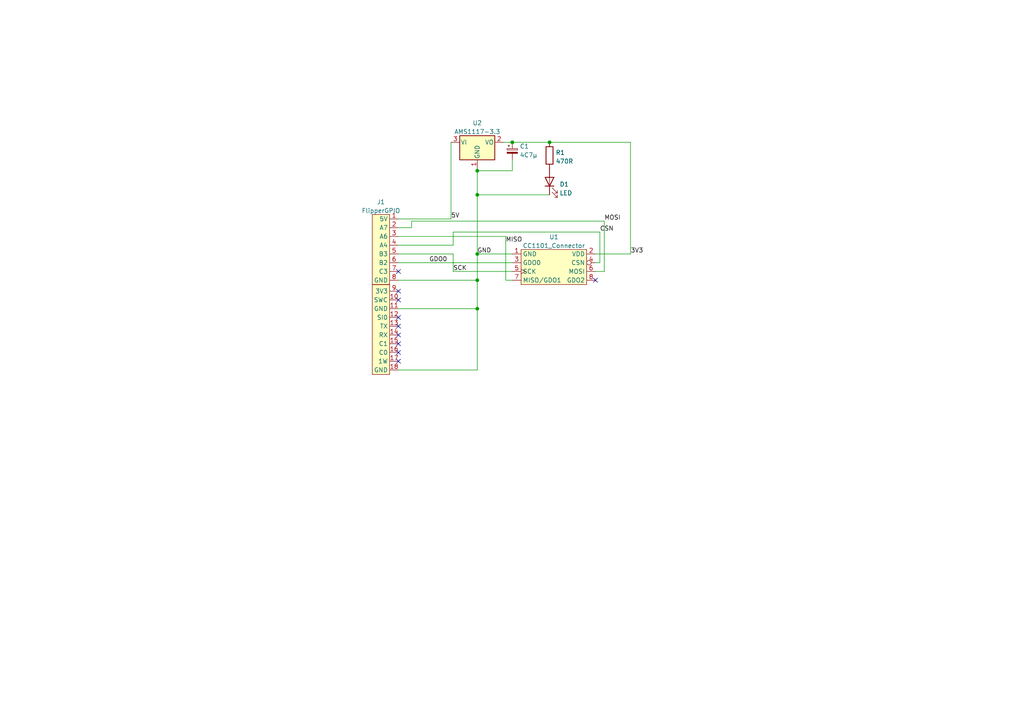
<source format=kicad_sch>
(kicad_sch (version 20211123) (generator eeschema)
  (paper "A4")
  (lib_symbols
    (symbol "Device:C_Polarized_Small" (pin_numbers hide) (pin_names (offset 0.254) hide)
      (property "Reference" "C" (at 0.254 1.778 0))
      (property "Value" "C_Polarized_Small" (at 0.254 -2.032 0))
      (symbol "C_Polarized_Small_0_1"
        (rectangle (start -1.524 -0.3048) (end 1.524 -0.6858) (fill (type outline)))
        (rectangle (start -1.524 0.6858) (end 1.524 0.3048))
        (polyline (pts (xy -1.27 1.524) (xy -0.762 1.524)))
        (polyline (pts (xy -1.016 1.27) (xy -1.016 1.778)))
      )
      (symbol "C_Polarized_Small_1_1"
        (pin passive line (at 0 2.54 270) (length 1.8542) (name "~") (number "1"))
        (pin passive line (at 0 -2.54 90) (length 1.8542) (name "~") (number "2"))
      )
    )
    (symbol "Device:LED" (pin_numbers hide) (pin_names (offset 1.016) hide)
      (property "Reference" "D" (at 0 2.54 0))
      (property "Value" "LED" (at 0 -2.54 0))
      (symbol "LED_0_1"
        (polyline (pts (xy -1.27 -1.27) (xy -1.27 1.27)) (stroke (width 0.254)))
        (polyline (pts (xy -1.27 0) (xy 1.27 0)))
        (polyline (pts (xy 1.27 -1.27) (xy 1.27 1.27) (xy -1.27 0) (xy 1.27 -1.27)) (stroke (width 0.254)))
        (polyline (pts (xy -3.048 -0.762) (xy -4.572 -2.286) (xy -3.81 -2.286) (xy -4.572 -2.286) (xy -4.572 -1.524)))
        (polyline (pts (xy -1.778 -0.762) (xy -3.302 -2.286) (xy -2.54 -2.286) (xy -3.302 -2.286) (xy -3.302 -1.524)))
      )
      (symbol "LED_1_1"
        (pin passive line (at -3.81 0 0) (length 2.54) (name "K") (number "1"))
        (pin passive line (at 3.81 0 180) (length 2.54) (name "A") (number "2"))
      )
    )
    (symbol "Device:R" (pin_numbers hide) (pin_names (offset 0))
      (property "Reference" "R" (at 2.032 0 90))
      (property "Value" "R" (at 0 0 90))
      (symbol "R_0_1"
        (rectangle (start -1.016 -2.54) (end 1.016 2.54) (stroke (width 0.254)))
      )
      (symbol "R_1_1"
        (pin passive line (at 0 3.81 270) (length 1.27) (name "~") (number "1"))
        (pin passive line (at 0 -3.81 90) (length 1.27) (name "~") (number "2"))
      )
    )
    (symbol "Flipper:CC1101_Connector"
      (property "Reference" "U" (at 0 6.35 0))
      (property "Value" "CC1101_Connector" (at 0 3.81 0))
      (symbol "CC1101_Connector_0_0"
        (pin passive line (at -12.7 0 0) (length 2.54) (name "GND") (number "1"))
        (pin power_in line (at 11.43 0 180) (length 2.54) (name "VDD") (number "2"))
        (pin output line (at -12.7 -2.54 0) (length 2.54) (name "GDO0") (number "3"))
        (pin input inverted (at 11.43 -2.54 180) (length 2.54) (name "CSN") (number "4"))
        (pin input clock (at -12.7 -5.08 0) (length 2.54) (name "SCK") (number "5"))
        (pin input line (at 11.43 -5.08 180) (length 2.54) (name "MOSI") (number "6"))
        (pin output line (at -12.7 -7.62 0) (length 2.54) (name "MISO/GDO1") (number "7"))
        (pin output line (at 11.43 -7.62 180) (length 2.54) (name "GDO2") (number "8"))
      )
      (symbol "CC1101_Connector_0_1"
        (rectangle (start -10.16 1.27) (end 8.89 -8.89) (stroke (width 0.1524)) (fill (type background)))
      )
    )
    (symbol "Flipper:FlipperGPIO"
      (property "Reference" "J" (at 0 5.08 0))
      (property "Value" "FlipperGPIO" (at 0 3.175 0))
      (symbol "FlipperGPIO_0_0"
        (pin power_out line (at 2.54 0 180) (length 2.54) (name "5V") (number "1"))
        (pin bidirectional line (at 2.54 -23.495 180) (length 2.54) (name "SWC") (number "10"))
        (pin passive line (at 2.54 -26.035 180) (length 2.54) (name "GND") (number "11"))
        (pin bidirectional line (at 2.54 -28.575 180) (length 2.54) (name "SI0") (number "12"))
        (pin output line (at 2.54 -31.115 180) (length 2.54) (name "TX") (number "13"))
        (pin input line (at 2.54 -33.655 180) (length 2.54) (name "RX") (number "14"))
        (pin bidirectional line (at 2.54 -36.195 180) (length 2.54) (name "C1") (number "15"))
        (pin bidirectional line (at 2.54 -38.735 180) (length 2.54) (name "C0") (number "16"))
        (pin bidirectional line (at 2.54 -41.275 180) (length 2.54) (name "1W") (number "17"))
        (pin passive line (at 2.54 -43.815 180) (length 2.54) (name "GND") (number "18"))
        (pin bidirectional line (at 2.54 -2.54 180) (length 2.54) (name "A7") (number "2"))
        (pin bidirectional line (at 2.54 -5.08 180) (length 2.54) (name "A6") (number "3"))
        (pin bidirectional line (at 2.54 -7.62 180) (length 2.54) (name "A4") (number "4"))
        (pin bidirectional line (at 2.54 -10.16 180) (length 2.54) (name "B3") (number "5"))
        (pin bidirectional line (at 2.54 -12.7 180) (length 2.54) (name "B2") (number "6"))
        (pin bidirectional line (at 2.54 -15.24 180) (length 2.54) (name "C3") (number "7"))
        (pin passive line (at 2.54 -17.78 180) (length 2.54) (name "GND") (number "8"))
        (pin power_out line (at 2.54 -20.955 180) (length 2.54) (name "3V3") (number "9"))
      )
      (symbol "FlipperGPIO_0_1"
        (rectangle (start -5.08 -19.05) (end 0 -45.085) (stroke (width 0.1524)) (fill (type background)))
        (rectangle (start -5.08 1.27) (end 0 -19.05) (stroke (width 0.1524)) (fill (type background)))
      )
    )
    (symbol "Regulator_Linear:AMS1117-3.3" (pin_names (offset 0.254))
      (property "Reference" "U" (at -3.81 3.175 0))
      (property "Value" "AMS1117-3.3" (at 0 3.175 0))
      (symbol "AMS1117-3.3_0_1"
        (rectangle (start -5.08 -5.08) (end 5.08 1.905) (stroke (width 0.254)) (fill (type background)))
      )
      (symbol "AMS1117-3.3_1_1"
        (pin power_in line (at 0 -7.62 90) (length 2.54) (name "GND") (number "1"))
        (pin power_out line (at 7.62 0 180) (length 2.54) (name "VO") (number "2"))
        (pin power_in line (at -7.62 0 0) (length 2.54) (name "VI") (number "3"))
      )
    )
  )
  (junction (at 138.43 49.53))
  (junction (at 148.59 41.275))
  (junction (at 159.385 41.275))
  (junction (at 138.43 81.28))
  (junction (at 138.43 89.535))
  (junction (at 138.43 56.515))
  (junction (at 138.43 73.66))
  (no_connect (at 115.57 84.455))
  (no_connect (at 115.57 102.235))
  (no_connect (at 115.57 94.615))
  (no_connect (at 115.57 104.775))
  (no_connect (at 115.57 92.075))
  (no_connect (at 115.57 99.695))
  (no_connect (at 115.57 97.155))
  (no_connect (at 115.57 86.995))
  (no_connect (at 115.57 78.74))
  (no_connect (at 172.72 81.28))
  (wire (pts (xy 138.43 48.895) (xy 138.43 49.53)))
  (wire (pts (xy 148.59 73.66) (xy 138.43 73.66)))
  (wire (pts (xy 175.26 78.74) (xy 175.26 64.135)))
  (wire (pts (xy 115.57 89.535) (xy 138.43 89.535)))
  (wire (pts (xy 148.59 49.53) (xy 138.43 49.53)))
  (wire (pts (xy 172.72 78.74) (xy 175.26 78.74)))
  (wire (pts (xy 182.88 41.275) (xy 182.88 73.66)))
  (wire (pts (xy 115.57 76.2) (xy 148.59 76.2)))
  (wire (pts (xy 115.57 63.5) (xy 130.81 63.5)))
  (wire (pts (xy 131.445 73.66) (xy 115.57 73.66)))
  (wire (pts (xy 131.445 71.12) (xy 115.57 71.12)))
  (wire (pts (xy 131.445 78.74) (xy 131.445 73.66)))
  (wire (pts (xy 146.05 41.275) (xy 148.59 41.275)))
  (wire (pts (xy 119.38 64.135) (xy 119.38 66.04)))
  (wire (pts (xy 159.385 41.275) (xy 182.88 41.275)))
  (wire (pts (xy 119.38 66.04) (xy 115.57 66.04)))
  (wire (pts (xy 138.43 49.53) (xy 138.43 56.515)))
  (wire (pts (xy 138.43 81.28) (xy 115.57 81.28)))
  (wire (pts (xy 115.57 68.58) (xy 146.685 68.58)))
  (wire (pts (xy 146.685 68.58) (xy 146.685 81.28)))
  (wire (pts (xy 146.685 81.28) (xy 148.59 81.28)))
  (wire (pts (xy 159.385 56.515) (xy 138.43 56.515)))
  (wire (pts (xy 148.59 41.275) (xy 159.385 41.275)))
  (wire (pts (xy 138.43 107.315) (xy 115.57 107.315)))
  (wire (pts (xy 138.43 81.28) (xy 138.43 89.535)))
  (wire (pts (xy 173.99 76.2) (xy 173.99 67.31)))
  (wire (pts (xy 173.99 67.31) (xy 131.445 67.31)))
  (wire (pts (xy 148.59 78.74) (xy 131.445 78.74)))
  (wire (pts (xy 130.81 41.275) (xy 130.81 63.5)))
  (wire (pts (xy 138.43 89.535) (xy 138.43 107.315)))
  (wire (pts (xy 172.72 76.2) (xy 173.99 76.2)))
  (wire (pts (xy 138.43 56.515) (xy 138.43 73.66)))
  (wire (pts (xy 119.38 64.135) (xy 175.26 64.135)))
  (wire (pts (xy 148.59 46.355) (xy 148.59 49.53)))
  (wire (pts (xy 131.445 67.31) (xy 131.445 71.12)))
  (wire (pts (xy 172.72 73.66) (xy 182.88 73.66)))
  (wire (pts (xy 138.43 73.66) (xy 138.43 81.28)))
  (label "GND" (at 138.43 73.66 0))
  (label "MISO" (at 146.685 70.485 0))
  (label "CSN" (at 173.99 67.31 0))
  (label "MOSI" (at 175.26 64.135 0))
  (label "GDO0" (at 124.46 76.2 0))
  (label "3V3" (at 182.88 73.66 0))
  (label "5V" (at 130.81 63.5 0))
  (label "SCK" (at 131.445 78.74 0))
  (symbol (lib_id "Device:LED") (at 159.385 52.705 90) (unit 1)
    (property "Reference" "D1" (at 162.306 53.4578 90) (effects (justify right)))
    (property "Value" "LED" (at 162.306 55.9947 90) (effects (justify right)))
    (property "Footprint" "LED_THT:LED_D3.0mm" (effects hide))
  )
  (symbol (lib_id "Flipper:FlipperGPIO") (at 113.03 63.5 0) (unit 1)
    (property "Reference" "J1" (at 110.49 58.581 0))
    (property "Value" "FlipperGPIO" (at 110.49 61.1179 0))
    (property "Footprint" "Flipper:FlipperGPIO" (effects hide))
  )
  (symbol (lib_id "Regulator_Linear:AMS1117-3.3") (at 138.43 41.275 0) (unit 1)
    (property "Reference" "U2" (at 138.43 35.6702 0))
    (property "Value" "AMS1117-3.3" (at 138.43 38.2071 0))
    (property "Footprint" "Connector_PinHeader_2.54mm:PinHeader_1x03_P2.54mm_Vertical" (effects hide))
    (property "Datasheet" "http://www.advanced-monolithic.com/pdf/ds1117.pdf" (effects hide))
  )
  (symbol (lib_id "Device:C_Polarized_Small") (at 148.59 43.815 0) (unit 1)
    (property "Reference" "C1" (at 150.749 42.4342 0) (effects (justify left)))
    (property "Value" "4C7µ" (at 150.749 44.9711 0) (effects (justify left)))
    (property "Footprint" "Capacitor_THT:CP_Radial_D4.0mm_P2.00mm" (effects hide))
  )
  (symbol (lib_id "Device:R") (at 159.385 45.085 0) (unit 1)
    (property "Reference" "R1" (at 161.163 44.2503 0) (effects (justify left)))
    (property "Value" "470R" (at 161.163 46.7872 0) (effects (justify left)))
    (property "Footprint" "Resistor_THT:R_Axial_DIN0207_L6.3mm_D2.5mm_P7.62mm_Horizontal" (effects hide))
  )
  (symbol (lib_id "Flipper:CC1101_Connector") (at 161.29 73.66 0) (unit 1)
    (property "Reference" "U1" (at 160.655 68.741 0))
    (property "Value" "CC1101_Connector" (at 160.655 71.2779 0))
    (property "Footprint" "Connector_PinHeader_2.54mm:PinHeader_2x04_P2.54mm_Vertical" (effects hide))
  )
)
</source>
